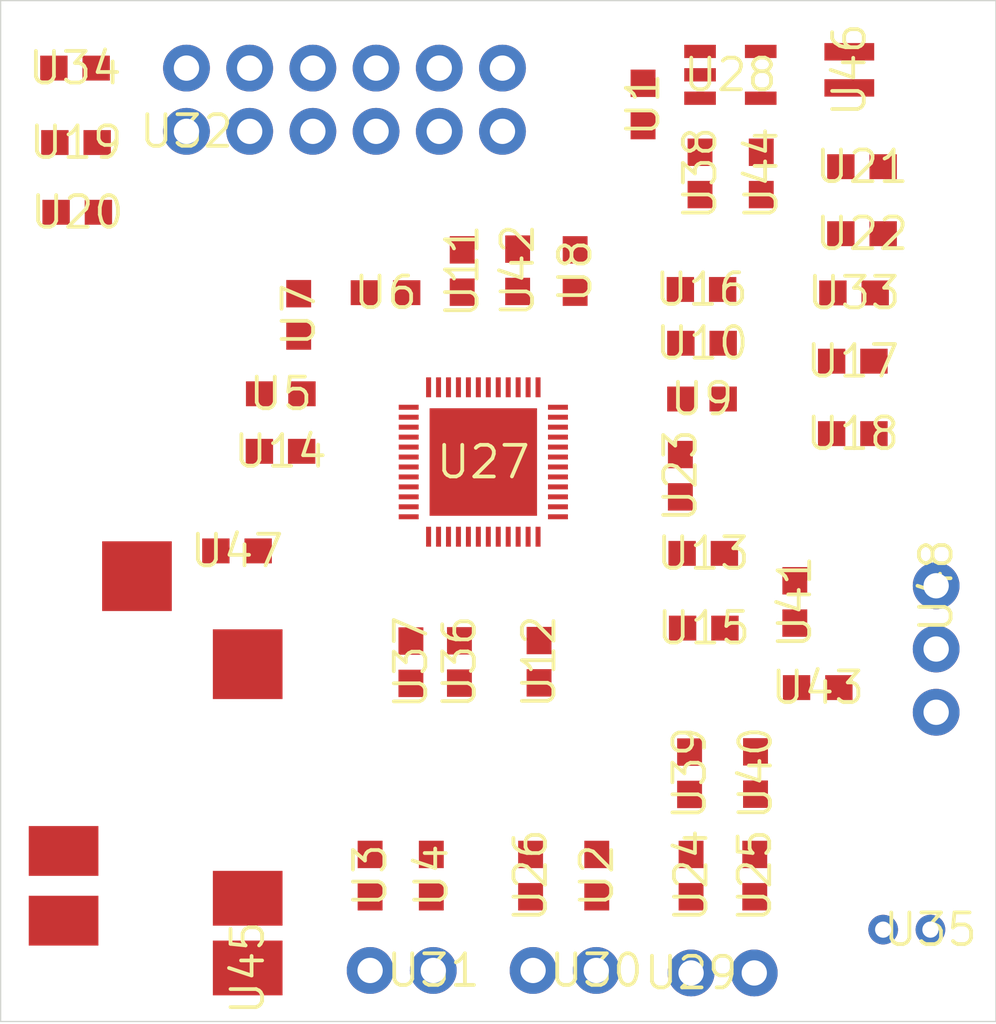
<source format=kicad_pcb>
(kicad_pcb (version 20241229) (generator "pcbnew") (generator_version "9.0")
  (layers (0 "F.Cu" signal "Top") (2 "B.Cu" signal "Bottom") (13 "F.Paste" user) (15 "B.Paste" user) (5 "F.SilkS" user "F.Silkscreen") (7 "B.SilkS" user "B.Silkscreen") (1 "F.Mask" user) (3 "B.Mask" user) (25 "Edge.Cuts" user))
  (net 0 "")
  (net 1 "GND")
  (net 2 "3.3V")
  (net 3 "5V")
  (net 4 "/SPKVDD")
  (net 5 "/SPOLN")
  (net 6 "Net-(C20-Pad2)")
  (net 7 "/SPORP")
  (net 8 "/SPORN")
  (net 9 "Net-(IC1-Pad42)")
  (net 10 "/XAUDIO_IRQ")
  (net 11 "/XAUDIO_SDA")
  (net 12 "/XADUIO_SCL")
  (net 13 "/XAUDIO_I2S0_MCLK")
  (net 14 "/XADUIO_I2S0_BCLK")
  (net 15 "/XADUIO_I2S0_LRCKL")
  (net 16 "/XAUDIO_I2S0_DIN")
  (net 17 "/XAUDIO_I2S0_DOUT")
  (net 18 "Net-(IC1-Pad33)")
  (net 19 "Net-(IC1-Pad32)")
  (net 20 "Net-(IC1-Pad31)")
  (net 21 "Net-(IC1-Pad30)")
  (net 22 "/3.3VDD")
  (net 23 "Net-(C22-Pad2)")
  (net 24 "Net-(C14-Pad1)")
  (net 25 "Net-(C16-Pad2)")
  (net 26 "Net-(C16-Pad1)")
  (net 27 "Net-(C15-Pad1)")
  (net 28 "Net-(C15-Pad2)")
  (net 29 "/1.8VDD")
  (net 30 "Net-(C2-Pad1)")
  (net 31 "/HPOR")
  (net 32 "/HPOL")
  (net 33 "/CPVREF")
  (net 34 "Net-(C17-Pad2)")
  (net 35 "/LOUTR")
  (net 36 "/LOUTL")
  (net 37 "Net-(C24-Pad2)")
  (net 38 "Net-(C19-Pad2)")
  (net 39 "Net-(C18-Pad2)")
  (net 40 "Net-(C6-Pad2)")
  (net 41 "/IN1P")
  (net 42 "Net-(C21-Pad2)")
  (net 43 "/MICBIAS1")
  (net 44 "/SPOLP")
  (net 45 "/IN2P")
  (net 46 "Net-(U1-Pad6)")
  (net 47 "Net-(R10-Pad2)")
  (net 48 "Net-(C8-Pad2)")
  (net 49 "Net-(C7-Pad2)")
  (net 50 "Net-(J4-Pad9)")
  (net 51 "Net-(C7-Pad1)")
  (net 52 "Net-(C8-Pad1)")
  (net 53 "Net-(IC2-Pad5)")
  (net 54 "Net-(IC2-Pad3)")
  (footprint "audioCodec:0603" (layer "F.Cu") (at 154.3211 88.6736 -90)
    (property "Reference" "U1" (at 0 0 270) (layer "F.SilkS") (effects (font (size 1.27 1.27))))
    (property "Value" "" (at 0 0 270) (layer "F.SilkS") (effects (font (size 1.27 1.27))))
    (pad "1" smd rect (at -0.85 0 270) (size 1.1 1) (layers "F.Cu" "F.Mask" "F.Paste") (net 1 "GND"))
    (pad "2" smd rect (at 0.85 0 270) (size 1.1 1) (layers "F.Cu" "F.Mask" "F.Paste") (net 3 "5V"))
  )
  (footprint "audioCodec:0603" (layer "F.Cu") (at 152.4611 119.6436 90)
    (property "Reference" "U2" (at 0 0 90) (layer "F.SilkS") (effects (font (size 1.27 1.27))))
    (property "Value" "" (at 0 0 90) (layer "F.SilkS") (effects (font (size 1.27 1.27))))
    (pad "1" smd rect (at -0.85 0 90) (size 1.1 1) (layers "F.Cu" "F.Mask" "F.Paste") (net 44 "/SPOLP"))
    (pad "2" smd rect (at 0.85 0 90) (size 1.1 1) (layers "F.Cu" "F.Mask" "F.Paste") (net 1 "GND"))
  )
  (footprint "audioCodec:0603" (layer "F.Cu") (at 143.3511 119.6436 90)
    (property "Reference" "U3" (at 0 0 90) (layer "F.SilkS") (effects (font (size 1.27 1.27))))
    (property "Value" "" (at 0 0 90) (layer "F.SilkS") (effects (font (size 1.27 1.27))))
    (pad "1" smd rect (at -0.85 0 90) (size 1.1 1) (layers "F.Cu" "F.Mask" "F.Paste") (net 8 "/SPORN"))
    (pad "2" smd rect (at 0.85 0 90) (size 1.1 1) (layers "F.Cu" "F.Mask" "F.Paste") (net 1 "GND"))
  )
  (footprint "audioCodec:0603" (layer "F.Cu") (at 145.8111 119.6436 90)
    (property "Reference" "U4" (at 0 0 90) (layer "F.SilkS") (effects (font (size 1.27 1.27))))
    (property "Value" "" (at 0 0 90) (layer "F.SilkS") (effects (font (size 1.27 1.27))))
    (pad "1" smd rect (at -0.85 0 90) (size 1.1 1) (layers "F.Cu" "F.Mask" "F.Paste") (net 7 "/SPORP"))
    (pad "2" smd rect (at 0.85 0 90) (size 1.1 1) (layers "F.Cu" "F.Mask" "F.Paste") (net 1 "GND"))
  )
  (footprint "audioCodec:0603" (layer "F.Cu") (at 139.7611 100.2936 180)
    (property "Reference" "U5" (at 0 0 180) (layer "F.SilkS") (effects (font (size 1.27 1.27))))
    (property "Value" "" (at 0 0 180) (layer "F.SilkS") (effects (font (size 1.27 1.27))))
    (pad "1" smd rect (at -0.85 0 180) (size 1.1 1) (layers "F.Cu" "F.Mask" "F.Paste") (net 24 "Net-(C14-Pad1)"))
    (pad "2" smd rect (at 0.85 0 180) (size 1.1 1) (layers "F.Cu" "F.Mask" "F.Paste") (net 1 "GND"))
  )
  (footprint "audioCodec:0603" (layer "F.Cu") (at 143.9711 96.2336)
    (property "Reference" "U6" (at 0 0 0) (layer "F.SilkS") (effects (font (size 1.27 1.27))))
    (property "Value" "" (at 0 0 0) (layer "F.SilkS") (effects (font (size 1.27 1.27))))
    (pad "1" smd rect (at -0.85 0) (size 1.1 1) (layers "F.Cu" "F.Mask" "F.Paste") (net 27 "Net-(C15-Pad1)"))
    (pad "2" smd rect (at 0.85 0) (size 1.1 1) (layers "F.Cu" "F.Mask" "F.Paste") (net 28 "Net-(C15-Pad2)"))
  )
  (footprint "audioCodec:0603" (layer "F.Cu") (at 140.4811 97.1236 -90)
    (property "Reference" "U7" (at 0 0 270) (layer "F.SilkS") (effects (font (size 1.27 1.27))))
    (property "Value" "" (at 0 0 270) (layer "F.SilkS") (effects (font (size 1.27 1.27))))
    (pad "1" smd rect (at -0.85 0 270) (size 1.1 1) (layers "F.Cu" "F.Mask" "F.Paste") (net 26 "Net-(C16-Pad1)"))
    (pad "2" smd rect (at 0.85 0 270) (size 1.1 1) (layers "F.Cu" "F.Mask" "F.Paste") (net 25 "Net-(C16-Pad2)"))
  )
  (footprint "audioCodec:0603" (layer "F.Cu") (at 151.5911 95.3636 -90)
    (property "Reference" "U8" (at 0 0 270) (layer "F.SilkS") (effects (font (size 1.27 1.27))))
    (property "Value" "" (at 0 0 270) (layer "F.SilkS") (effects (font (size 1.27 1.27))))
    (pad "1" smd rect (at -0.85 0 270) (size 1.1 1) (layers "F.Cu" "F.Mask" "F.Paste") (net 1 "GND"))
    (pad "2" smd rect (at 0.85 0 270) (size 1.1 1) (layers "F.Cu" "F.Mask" "F.Paste") (net 34 "Net-(C17-Pad2)"))
  )
  (footprint "audioCodec:0603" (layer "F.Cu") (at 156.6911 100.5036 180)
    (property "Reference" "U9" (at 0 0 180) (layer "F.SilkS") (effects (font (size 1.27 1.27))))
    (property "Value" "" (at 0 0 180) (layer "F.SilkS") (effects (font (size 1.27 1.27))))
    (pad "1" smd rect (at -0.85 0 180) (size 1.1 1) (layers "F.Cu" "F.Mask" "F.Paste") (net 1 "GND"))
    (pad "2" smd rect (at 0.85 0 180) (size 1.1 1) (layers "F.Cu" "F.Mask" "F.Paste") (net 39 "Net-(C18-Pad2)"))
  )
  (footprint "audioCodec:0603" (layer "F.Cu") (at 156.6911 98.2636 180)
    (property "Reference" "U10" (at 0 0 180) (layer "F.SilkS") (effects (font (size 1.27 1.27))))
    (property "Value" "" (at 0 0 180) (layer "F.SilkS") (effects (font (size 1.27 1.27))))
    (pad "1" smd rect (at -0.85 0 180) (size 1.1 1) (layers "F.Cu" "F.Mask" "F.Paste") (net 1 "GND"))
    (pad "2" smd rect (at 0.85 0 180) (size 1.1 1) (layers "F.Cu" "F.Mask" "F.Paste") (net 38 "Net-(C19-Pad2)"))
  )
  (footprint "audioCodec:0603" (layer "F.Cu") (at 147.0511 95.3636 90)
    (property "Reference" "U11" (at 0 0 90) (layer "F.SilkS") (effects (font (size 1.27 1.27))))
    (property "Value" "" (at 0 0 90) (layer "F.SilkS") (effects (font (size 1.27 1.27))))
    (pad "1" smd rect (at -0.85 0 90) (size 1.1 1) (layers "F.Cu" "F.Mask" "F.Paste") (net 30 "Net-(C2-Pad1)"))
    (pad "2" smd rect (at 0.85 0 90) (size 1.1 1) (layers "F.Cu" "F.Mask" "F.Paste") (net 1 "GND"))
  )
  (footprint "audioCodec:0603" (layer "F.Cu") (at 150.1411 111.0536 90)
    (property "Reference" "U12" (at 0 0 90) (layer "F.SilkS") (effects (font (size 1.27 1.27))))
    (property "Value" "" (at 0 0 90) (layer "F.SilkS") (effects (font (size 1.27 1.27))))
    (pad "1" smd rect (at -0.85 0 90) (size 1.1 1) (layers "F.Cu" "F.Mask" "F.Paste") (net 1 "GND"))
    (pad "2" smd rect (at 0.85 0 90) (size 1.1 1) (layers "F.Cu" "F.Mask" "F.Paste") (net 6 "Net-(C20-Pad2)"))
  )
  (footprint "audioCodec:0603" (layer "F.Cu") (at 156.7411 106.7036 180)
    (property "Reference" "U13" (at 0 0 180) (layer "F.SilkS") (effects (font (size 1.27 1.27))))
    (property "Value" "" (at 0 0 180) (layer "F.SilkS") (effects (font (size 1.27 1.27))))
    (pad "1" smd rect (at -0.85 0 180) (size 1.1 1) (layers "F.Cu" "F.Mask" "F.Paste") (net 1 "GND"))
    (pad "2" smd rect (at 0.85 0 180) (size 1.1 1) (layers "F.Cu" "F.Mask" "F.Paste") (net 42 "Net-(C21-Pad2)"))
  )
  (footprint "audioCodec:0603" (layer "F.Cu") (at 139.7511 102.6036)
    (property "Reference" "U14" (at 0 0 0) (layer "F.SilkS") (effects (font (size 1.27 1.27))))
    (property "Value" "" (at 0 0 0) (layer "F.SilkS") (effects (font (size 1.27 1.27))))
    (pad "1" smd rect (at -0.85 0) (size 1.1 1) (layers "F.Cu" "F.Mask" "F.Paste") (net 1 "GND"))
    (pad "2" smd rect (at 0.85 0) (size 1.1 1) (layers "F.Cu" "F.Mask" "F.Paste") (net 23 "Net-(C22-Pad2)"))
  )
  (footprint "audioCodec:0603" (layer "F.Cu") (at 156.7611 109.7036 180)
    (property "Reference" "U15" (at 0 0 180) (layer "F.SilkS") (effects (font (size 1.27 1.27))))
    (property "Value" "" (at 0 0 180) (layer "F.SilkS") (effects (font (size 1.27 1.27))))
    (pad "1" smd rect (at -0.85 0 180) (size 1.1 1) (layers "F.Cu" "F.Mask" "F.Paste") (net 1 "GND"))
    (pad "2" smd rect (at 0.85 0 180) (size 1.1 1) (layers "F.Cu" "F.Mask" "F.Paste") (net 43 "/MICBIAS1"))
  )
  (footprint "audioCodec:0603" (layer "F.Cu") (at 156.6711 96.1036 180)
    (property "Reference" "U16" (at 0 0 180) (layer "F.SilkS") (effects (font (size 1.27 1.27))))
    (property "Value" "" (at 0 0 180) (layer "F.SilkS") (effects (font (size 1.27 1.27))))
    (pad "1" smd rect (at -0.85 0 180) (size 1.1 1) (layers "F.Cu" "F.Mask" "F.Paste") (net 45 "/IN2P"))
    (pad "2" smd rect (at 0.85 0 180) (size 1.1 1) (layers "F.Cu" "F.Mask" "F.Paste") (net 37 "Net-(C24-Pad2)"))
  )
  (footprint "audioCodec:0603" (layer "F.Cu") (at 162.7511 98.9836 180)
    (property "Reference" "U17" (at 0 0 180) (layer "F.SilkS") (effects (font (size 1.27 1.27))))
    (property "Value" "" (at 0 0 180) (layer "F.SilkS") (effects (font (size 1.27 1.27))))
    (pad "1" smd rect (at -0.85 0 180) (size 1.1 1) (layers "F.Cu" "F.Mask" "F.Paste") (net 4 "/SPKVDD"))
    (pad "2" smd rect (at 0.85 0 180) (size 1.1 1) (layers "F.Cu" "F.Mask" "F.Paste") (net 1 "GND"))
  )
  (footprint "audioCodec:0603" (layer "F.Cu") (at 162.7511 101.8936 180)
    (property "Reference" "U18" (at 0 0 180) (layer "F.SilkS") (effects (font (size 1.27 1.27))))
    (property "Value" "" (at 0 0 180) (layer "F.SilkS") (effects (font (size 1.27 1.27))))
    (pad "1" smd rect (at -0.85 0 180) (size 1.1 1) (layers "F.Cu" "F.Mask" "F.Paste") (net 4 "/SPKVDD"))
    (pad "2" smd rect (at 0.85 0 180) (size 1.1 1) (layers "F.Cu" "F.Mask" "F.Paste") (net 1 "GND"))
  )
  (footprint "audioCodec:0603" (layer "F.Cu") (at 131.5311 90.2036)
    (property "Reference" "U19" (at 0 0 0) (layer "F.SilkS") (effects (font (size 1.27 1.27))))
    (property "Value" "" (at 0 0 0) (layer "F.SilkS") (effects (font (size 1.27 1.27))))
    (pad "1" smd rect (at -0.85 0) (size 1.1 1) (layers "F.Cu" "F.Mask" "F.Paste") (net 22 "/3.3VDD"))
    (pad "2" smd rect (at 0.85 0) (size 1.1 1) (layers "F.Cu" "F.Mask" "F.Paste") (net 1 "GND"))
  )
  (footprint "audioCodec:0603" (layer "F.Cu") (at 131.5811 93.0036)
    (property "Reference" "U20" (at 0 0 0) (layer "F.SilkS") (effects (font (size 1.27 1.27))))
    (property "Value" "" (at 0 0 0) (layer "F.SilkS") (effects (font (size 1.27 1.27))))
    (pad "1" smd rect (at -0.85 0) (size 1.1 1) (layers "F.Cu" "F.Mask" "F.Paste") (net 22 "/3.3VDD"))
    (pad "2" smd rect (at 0.85 0) (size 1.1 1) (layers "F.Cu" "F.Mask" "F.Paste") (net 1 "GND"))
  )
  (footprint "audioCodec:0603" (layer "F.Cu") (at 163.1211 91.1736)
    (property "Reference" "U21" (at 0 0 0) (layer "F.SilkS") (effects (font (size 1.27 1.27))))
    (property "Value" "" (at 0 0 0) (layer "F.SilkS") (effects (font (size 1.27 1.27))))
    (pad "1" smd rect (at -0.85 0) (size 1.1 1) (layers "F.Cu" "F.Mask" "F.Paste") (net 29 "/1.8VDD"))
    (pad "2" smd rect (at 0.85 0) (size 1.1 1) (layers "F.Cu" "F.Mask" "F.Paste") (net 1 "GND"))
  )
  (footprint "audioCodec:0603" (layer "F.Cu") (at 163.1211 93.8636)
    (property "Reference" "U22" (at 0 0 0) (layer "F.SilkS") (effects (font (size 1.27 1.27))))
    (property "Value" "" (at 0 0 0) (layer "F.SilkS") (effects (font (size 1.27 1.27))))
    (pad "1" smd rect (at -0.85 0) (size 1.1 1) (layers "F.Cu" "F.Mask" "F.Paste") (net 29 "/1.8VDD"))
    (pad "2" smd rect (at 0.85 0) (size 1.1 1) (layers "F.Cu" "F.Mask" "F.Paste") (net 1 "GND"))
  )
  (footprint "audioCodec:0603" (layer "F.Cu") (at 155.8211 103.5836 90)
    (property "Reference" "U23" (at 0 0 90) (layer "F.SilkS") (effects (font (size 1.27 1.27))))
    (property "Value" "" (at 0 0 90) (layer "F.SilkS") (effects (font (size 1.27 1.27))))
    (pad "1" smd rect (at -0.85 0 90) (size 1.1 1) (layers "F.Cu" "F.Mask" "F.Paste") (net 41 "/IN1P"))
    (pad "2" smd rect (at 0.85 0 90) (size 1.1 1) (layers "F.Cu" "F.Mask" "F.Paste") (net 40 "Net-(C6-Pad2)"))
  )
  (footprint "audioCodec:0603" (layer "F.Cu") (at 156.2511 119.6436 -90)
    (property "Reference" "U24" (at 0 0 270) (layer "F.SilkS") (effects (font (size 1.27 1.27))))
    (property "Value" "" (at 0 0 270) (layer "F.SilkS") (effects (font (size 1.27 1.27))))
    (pad "1" smd rect (at -0.85 0 270) (size 1.1 1) (layers "F.Cu" "F.Mask" "F.Paste") (net 51 "Net-(C7-Pad1)"))
    (pad "2" smd rect (at 0.85 0 270) (size 1.1 1) (layers "F.Cu" "F.Mask" "F.Paste") (net 49 "Net-(C7-Pad2)"))
  )
  (footprint "audioCodec:0603" (layer "F.Cu") (at 158.8111 119.6436 -90)
    (property "Reference" "U25" (at 0 0 270) (layer "F.SilkS") (effects (font (size 1.27 1.27))))
    (property "Value" "" (at 0 0 270) (layer "F.SilkS") (effects (font (size 1.27 1.27))))
    (pad "1" smd rect (at -0.85 0 270) (size 1.1 1) (layers "F.Cu" "F.Mask" "F.Paste") (net 52 "Net-(C8-Pad1)"))
    (pad "2" smd rect (at 0.85 0 270) (size 1.1 1) (layers "F.Cu" "F.Mask" "F.Paste") (net 48 "Net-(C8-Pad2)"))
  )
  (footprint "audioCodec:0603" (layer "F.Cu") (at 149.8011 119.6436 90)
    (property "Reference" "U26" (at 0 0 90) (layer "F.SilkS") (effects (font (size 1.27 1.27))))
    (property "Value" "" (at 0 0 90) (layer "F.SilkS") (effects (font (size 1.27 1.27))))
    (pad "1" smd rect (at -0.85 0 90) (size 1.1 1) (layers "F.Cu" "F.Mask" "F.Paste") (net 5 "/SPOLN"))
    (pad "2" smd rect (at 0.85 0 90) (size 1.1 1) (layers "F.Cu" "F.Mask" "F.Paste") (net 1 "GND"))
  )
  (footprint "audioCodec:QFN50P700X700X100-49N" (layer "F.Cu") (at 147.9011 103.0336 180)
    (property "Reference" "U27" (at 0 0 180) (layer "F.SilkS") (effects (font (size 1.27 1.27))))
    (property "Value" "" (at 0 0 180) (layer "F.SilkS") (effects (font (size 1.27 1.27))))
    (pad "1" smd rect (at -3 -2.2 180) (size 0.8 0.2) (layers "F.Cu" "F.Mask" "F.Paste") (net 44 "/SPOLP"))
    (pad "2" smd rect (at -3 -1.8 180) (size 0.8 0.2) (layers "F.Cu" "F.Mask" "F.Paste") (net 43 "/MICBIAS1"))
    (pad "3" smd rect (at -3 -1.4 180) (size 0.8 0.2) (layers "F.Cu" "F.Mask" "F.Paste") (net 42 "Net-(C21-Pad2)"))
    (pad "4" smd rect (at -3 -1 180) (size 0.8 0.2) (layers "F.Cu" "F.Mask" "F.Paste") (net 41 "/IN1P"))
    (pad "5" smd rect (at -3 -0.6 180) (size 0.8 0.2) (layers "F.Cu" "F.Mask" "F.Paste") (net 1 "GND"))
    (pad "6" smd rect (at -3 -0.2 180) (size 0.8 0.2) (layers "F.Cu" "F.Mask" "F.Paste") (net 40 "Net-(C6-Pad2)"))
    (pad "7" smd rect (at -3 0.2 180) (size 0.8 0.2) (layers "F.Cu" "F.Mask" "F.Paste") (net 29 "/1.8VDD"))
    (pad "8" smd rect (at -3 0.6 180) (size 0.8 0.2) (layers "F.Cu" "F.Mask" "F.Paste") (net 39 "Net-(C18-Pad2)"))
    (pad "9" smd rect (at -3 1 180) (size 0.8 0.2) (layers "F.Cu" "F.Mask" "F.Paste") (net 38 "Net-(C19-Pad2)"))
    (pad "10" smd rect (at -3 1.4 180) (size 0.8 0.2) (layers "F.Cu" "F.Mask" "F.Paste") (net 37 "Net-(C24-Pad2)"))
    (pad "11" smd rect (at -3 1.8 180) (size 0.8 0.2) (layers "F.Cu" "F.Mask" "F.Paste") (net 36 "/LOUTL"))
    (pad "12" smd rect (at -3 2.2 180) (size 0.8 0.2) (layers "F.Cu" "F.Mask" "F.Paste") (net 35 "/LOUTR"))
    (pad "13" smd rect (at -2.2 3 270) (size 0.8 0.2) (layers "F.Cu" "F.Mask" "F.Paste") (net 29 "/1.8VDD"))
    (pad "14" smd rect (at -1.8 3 270) (size 0.8 0.2) (layers "F.Cu" "F.Mask" "F.Paste") (net 34 "Net-(C17-Pad2)"))
    (pad "15" smd rect (at -1.4 3 270) (size 0.8 0.2) (layers "F.Cu" "F.Mask" "F.Paste") (net 1 "GND"))
    (pad "16" smd rect (at -1 3 270) (size 0.8 0.2) (layers "F.Cu" "F.Mask" "F.Paste") (net 1 "GND"))
    (pad "17" smd rect (at -0.6 3 270) (size 0.8 0.2) (layers "F.Cu" "F.Mask" "F.Paste") (net 33 "/CPVREF"))
    (pad "18" smd rect (at -0.2 3 270) (size 0.8 0.2) (layers "F.Cu" "F.Mask" "F.Paste") (net 32 "/HPOL"))
    (pad "19" smd rect (at 0.2 3 270) (size 0.8 0.2) (layers "F.Cu" "F.Mask" "F.Paste") (net 31 "/HPOR"))
    (pad "20" smd rect (at 0.6 3 270) (size 0.8 0.2) (layers "F.Cu" "F.Mask" "F.Paste") (net 30 "Net-(C2-Pad1)"))
    (pad "21" smd rect (at 1 3 270) (size 0.8 0.2) (layers "F.Cu" "F.Mask" "F.Paste") (net 29 "/1.8VDD"))
    (pad "22" smd rect (at 1.4 3 270) (size 0.8 0.2) (layers "F.Cu" "F.Mask" "F.Paste") (net 1 "GND"))
    (pad "23" smd rect (at 1.8 3 270) (size 0.8 0.2) (layers "F.Cu" "F.Mask" "F.Paste") (net 28 "Net-(C15-Pad2)"))
    (pad "24" smd rect (at 2.2 3 270) (size 0.8 0.2) (layers "F.Cu" "F.Mask" "F.Paste") (net 27 "Net-(C15-Pad1)"))
    (pad "25" smd rect (at 3 2.2 180) (size 0.8 0.2) (layers "F.Cu" "F.Mask" "F.Paste") (net 26 "Net-(C16-Pad1)"))
    (pad "26" smd rect (at 3 1.8 180) (size 0.8 0.2) (layers "F.Cu" "F.Mask" "F.Paste") (net 25 "Net-(C16-Pad2)"))
    (pad "27" smd rect (at 3 1.4 180) (size 0.8 0.2) (layers "F.Cu" "F.Mask" "F.Paste") (net 24 "Net-(C14-Pad1)"))
    (pad "28" smd rect (at 3 1 180) (size 0.8 0.2) (layers "F.Cu" "F.Mask" "F.Paste") (net 23 "Net-(C22-Pad2)"))
    (pad "29" smd rect (at 3 0.6 180) (size 0.8 0.2) (layers "F.Cu" "F.Mask" "F.Paste") (net 22 "/3.3VDD"))
    (pad "30" smd rect (at 3 0.2 180) (size 0.8 0.2) (layers "F.Cu" "F.Mask" "F.Paste") (net 21 "Net-(IC1-Pad30)"))
    (pad "31" smd rect (at 3 -0.2 180) (size 0.8 0.2) (layers "F.Cu" "F.Mask" "F.Paste") (net 20 "Net-(IC1-Pad31)"))
    (pad "32" smd rect (at 3 -0.6 180) (size 0.8 0.2) (layers "F.Cu" "F.Mask" "F.Paste") (net 19 "Net-(IC1-Pad32)"))
    (pad "33" smd rect (at 3 -1 180) (size 0.8 0.2) (layers "F.Cu" "F.Mask" "F.Paste") (net 18 "Net-(IC1-Pad33)"))
    (pad "34" smd rect (at 3 -1.4 180) (size 0.8 0.2) (layers "F.Cu" "F.Mask" "F.Paste") (net 17 "/XAUDIO_I2S0_DOUT"))
    (pad "35" smd rect (at 3 -1.8 180) (size 0.8 0.2) (layers "F.Cu" "F.Mask" "F.Paste") (net 16 "/XAUDIO_I2S0_DIN"))
    (pad "36" smd rect (at 3 -2.2 180) (size 0.8 0.2) (layers "F.Cu" "F.Mask" "F.Paste") (net 15 "/XADUIO_I2S0_LRCKL"))
    (pad "37" smd rect (at 2.2 -3 270) (size 0.8 0.2) (layers "F.Cu" "F.Mask" "F.Paste") (net 14 "/XADUIO_I2S0_BCLK"))
    (pad "38" smd rect (at 1.8 -3 270) (size 0.8 0.2) (layers "F.Cu" "F.Mask" "F.Paste") (net 13 "/XAUDIO_I2S0_MCLK"))
    (pad "39" smd rect (at 1.4 -3 270) (size 0.8 0.2) (layers "F.Cu" "F.Mask" "F.Paste") (net 12 "/XADUIO_SCL"))
    (pad "40" smd rect (at 1 -3 270) (size 0.8 0.2) (layers "F.Cu" "F.Mask" "F.Paste") (net 11 "/XAUDIO_SDA"))
    (pad "41" smd rect (at 0.6 -3 270) (size 0.8 0.2) (layers "F.Cu" "F.Mask" "F.Paste") (net 10 "/XAUDIO_IRQ"))
    (pad "42" smd rect (at 0.2 -3 270) (size 0.8 0.2) (layers "F.Cu" "F.Mask" "F.Paste") (net 9 "Net-(IC1-Pad42)"))
    (pad "43" smd rect (at -0.2 -3 270) (size 0.8 0.2) (layers "F.Cu" "F.Mask" "F.Paste") (net 8 "/SPORN"))
    (pad "44" smd rect (at -0.6 -3 270) (size 0.8 0.2) (layers "F.Cu" "F.Mask" "F.Paste") (net 4 "/SPKVDD"))
    (pad "45" smd rect (at -1 -3 270) (size 0.8 0.2) (layers "F.Cu" "F.Mask" "F.Paste") (net 7 "/SPORP"))
    (pad "46" smd rect (at -1.4 -3 270) (size 0.8 0.2) (layers "F.Cu" "F.Mask" "F.Paste") (net 6 "Net-(C20-Pad2)"))
    (pad "47" smd rect (at -1.8 -3 270) (size 0.8 0.2) (layers "F.Cu" "F.Mask" "F.Paste") (net 5 "/SPOLN"))
    (pad "48" smd rect (at -2.2 -3 270) (size 0.8 0.2) (layers "F.Cu" "F.Mask" "F.Paste") (net 4 "/SPKVDD"))
    (pad "49" smd rect (at 0 0 270) (size 4.318 4.318) (layers "F.Cu" "F.Mask" "F.Paste") (net 1 "GND"))
  )
  (footprint "audioCodec:SOT95P284X122-5N" (layer "F.Cu") (at 157.8311 87.4836)
    (property "Reference" "U28" (at 0 0 0) (layer "F.SilkS") (effects (font (size 1.27 1.27))))
    (property "Value" "" (at 0 0 0) (layer "F.SilkS") (effects (font (size 1.27 1.27))))
    (pad "1" smd rect (at -1.2192 -0.9398) (size 1.27 0.5334) (layers "F.Cu" "F.Mask" "F.Paste") (net 3 "5V"))
    (pad "2" smd rect (at -1.2192 0) (size 1.27 0.5334) (layers "F.Cu" "F.Mask" "F.Paste") (net 1 "GND"))
    (pad "3" smd rect (at -1.2192 0.9398) (size 1.27 0.5334) (layers "F.Cu" "F.Mask" "F.Paste") (net 54 "Net-(IC2-Pad3)"))
    (pad "4" smd rect (at 1.2192 0.9398) (size 1.27 0.5334) (layers "F.Cu" "F.Mask" "F.Paste") (net 29 "/1.8VDD"))
    (pad "5" smd rect (at 1.2192 -0.9398) (size 1.27 0.5334) (layers "F.Cu" "F.Mask" "F.Paste") (net 53 "Net-(IC2-Pad5)"))
  )
  (footprint "audioCodec:1X02" (layer "F.Cu") (at 156.2511 123.5536)
    (property "Reference" "U29" (at 0 0 0) (layer "F.SilkS") (effects (font (size 1.27 1.27))))
    (property "Value" "" (at 0 0 0) (layer "F.SilkS") (effects (font (size 1.27 1.27))))
    (pad "1" thru_hole circle (at 0 0 90) (size 1.8796 1.8796) (drill 1.016) (layers "*.Cu" "*.Mask") (net 49 "Net-(C7-Pad2)"))
    (pad "2" thru_hole circle (at 2.54 0 90) (size 1.8796 1.8796) (drill 1.016) (layers "*.Cu" "*.Mask") (net 48 "Net-(C8-Pad2)"))
  )
  (footprint "audioCodec:1X02" (layer "F.Cu") (at 152.4411 123.4536 180)
    (property "Reference" "U30" (at 0 0 180) (layer "F.SilkS") (effects (font (size 1.27 1.27))))
    (property "Value" "" (at 0 0 180) (layer "F.SilkS") (effects (font (size 1.27 1.27))))
    (pad "1" thru_hole circle (at 0 0 270) (size 1.8796 1.8796) (drill 1.016) (layers "*.Cu" "*.Mask") (net 44 "/SPOLP"))
    (pad "2" thru_hole circle (at 2.54 0 270) (size 1.8796 1.8796) (drill 1.016) (layers "*.Cu" "*.Mask") (net 5 "/SPOLN"))
  )
  (footprint "audioCodec:1X02" (layer "F.Cu") (at 145.8911 123.4536 180)
    (property "Reference" "U31" (at 0 0 180) (layer "F.SilkS") (effects (font (size 1.27 1.27))))
    (property "Value" "" (at 0 0 180) (layer "F.SilkS") (effects (font (size 1.27 1.27))))
    (pad "1" thru_hole circle (at 0 0 270) (size 1.8796 1.8796) (drill 1.016) (layers "*.Cu" "*.Mask") (net 7 "/SPORP"))
    (pad "2" thru_hole circle (at 2.54 0 270) (size 1.8796 1.8796) (drill 1.016) (layers "*.Cu" "*.Mask") (net 8 "/SPORN"))
  )
  (footprint "audioCodec:2X6" (layer "F.Cu") (at 135.9711 89.7536)
    (property "Reference" "U32" (at 0 0 0) (layer "F.SilkS") (effects (font (size 1.27 1.27))))
    (property "Value" "" (at 0 0 0) (layer "F.SilkS") (effects (font (size 1.27 1.27))))
    (pad "1" thru_hole circle (at 0 0) (size 1.8796 1.8796) (drill 1.016) (layers "*.Cu" "*.Mask") (net 15 "/XADUIO_I2S0_LRCKL"))
    (pad "2" thru_hole circle (at 0 -2.54) (size 1.8796 1.8796) (drill 1.016) (layers "*.Cu" "*.Mask") (net 2 "3.3V"))
    (pad "3" thru_hole circle (at 2.54 0) (size 1.8796 1.8796) (drill 1.016) (layers "*.Cu" "*.Mask") (net 17 "/XAUDIO_I2S0_DOUT"))
    (pad "4" thru_hole circle (at 2.54 -2.54) (size 1.8796 1.8796) (drill 1.016) (layers "*.Cu" "*.Mask") (net 16 "/XAUDIO_I2S0_DIN"))
    (pad "5" thru_hole circle (at 5.08 0) (size 1.8796 1.8796) (drill 1.016) (layers "*.Cu" "*.Mask") (net 14 "/XADUIO_I2S0_BCLK"))
    (pad "6" thru_hole circle (at 5.08 -2.54) (size 1.8796 1.8796) (drill 1.016) (layers "*.Cu" "*.Mask") (net 13 "/XAUDIO_I2S0_MCLK"))
    (pad "7" thru_hole circle (at 7.62 0) (size 1.8796 1.8796) (drill 1.016) (layers "*.Cu" "*.Mask") (net 12 "/XADUIO_SCL"))
    (pad "8" thru_hole circle (at 7.62 -2.54) (size 1.8796 1.8796) (drill 1.016) (layers "*.Cu" "*.Mask") (net 11 "/XAUDIO_SDA"))
    (pad "9" thru_hole circle (at 10.16 0) (size 1.8796 1.8796) (drill 1.016) (layers "*.Cu" "*.Mask") (net 50 "Net-(J4-Pad9)"))
    (pad "10" thru_hole circle (at 10.16 -2.54) (size 1.8796 1.8796) (drill 1.016) (layers "*.Cu" "*.Mask") (net 10 "/XAUDIO_IRQ"))
    (pad "11" thru_hole circle (at 12.7 0) (size 1.8796 1.8796) (drill 1.016) (layers "*.Cu" "*.Mask") (net 1 "GND"))
    (pad "12" thru_hole circle (at 12.7 -2.54) (size 1.8796 1.8796) (drill 1.016) (layers "*.Cu" "*.Mask") (net 3 "5V"))
  )
  (footprint "audioCodec:0603" (layer "F.Cu") (at 162.8011 96.2436 180)
    (property "Reference" "U33" (at 0 0 180) (layer "F.SilkS") (effects (font (size 1.27 1.27))))
    (property "Value" "" (at 0 0 180) (layer "F.SilkS") (effects (font (size 1.27 1.27))))
    (pad "1" smd rect (at -0.85 0 180) (size 1.1 1) (layers "F.Cu" "F.Mask" "F.Paste") (net 4 "/SPKVDD"))
    (pad "2" smd rect (at 0.85 0 180) (size 1.1 1) (layers "F.Cu" "F.Mask" "F.Paste") (net 3 "5V"))
  )
  (footprint "audioCodec:0603" (layer "F.Cu") (at 131.4911 87.2136)
    (property "Reference" "U34" (at 0 0 0) (layer "F.SilkS") (effects (font (size 1.27 1.27))))
    (property "Value" "" (at 0 0 0) (layer "F.SilkS") (effects (font (size 1.27 1.27))))
    (pad "1" smd rect (at -0.85 0) (size 1.1 1) (layers "F.Cu" "F.Mask" "F.Paste") (net 22 "/3.3VDD"))
    (pad "2" smd rect (at 0.85 0) (size 1.1 1) (layers "F.Cu" "F.Mask" "F.Paste") (net 2 "3.3V"))
  )
  (footprint "audioCodec:CMC-2242PBL-A" (layer "F.Cu") (at 165.8711 121.8136 180)
    (property "Reference" "U35" (at 0 0 180) (layer "F.SilkS") (effects (font (size 1.27 1.27))))
    (property "Value" "" (at 0 0 180) (layer "F.SilkS") (effects (font (size 1.27 1.27))))
    (pad "1" thru_hole circle (at 0 0 180) (size 1.192 1.192) (drill 0.65) (layers "*.Cu" "*.Mask") (net 1 "GND"))
    (pad "2" thru_hole circle (at 1.9 0 180) (size 1.192 1.192) (drill 0.65) (layers "*.Cu" "*.Mask") (net 45 "/IN2P"))
  )
  (footprint "audioCodec:0603" (layer "F.Cu") (at 146.9411 111.0636 90)
    (property "Reference" "U36" (at 0 0 90) (layer "F.SilkS") (effects (font (size 1.27 1.27))))
    (property "Value" "" (at 0 0 90) (layer "F.SilkS") (effects (font (size 1.27 1.27))))
    (pad "1" smd rect (at -0.85 0 90) (size 1.1 1) (layers "F.Cu" "F.Mask" "F.Paste") (net 22 "/3.3VDD"))
    (pad "2" smd rect (at 0.85 0 90) (size 1.1 1) (layers "F.Cu" "F.Mask" "F.Paste") (net 11 "/XAUDIO_SDA"))
  )
  (footprint "audioCodec:0603" (layer "F.Cu") (at 144.9911 111.0736 90)
    (property "Reference" "U37" (at 0 0 90) (layer "F.SilkS") (effects (font (size 1.27 1.27))))
    (property "Value" "" (at 0 0 90) (layer "F.SilkS") (effects (font (size 1.27 1.27))))
    (pad "1" smd rect (at -0.85 0 90) (size 1.1 1) (layers "F.Cu" "F.Mask" "F.Paste") (net 22 "/3.3VDD"))
    (pad "2" smd rect (at 0.85 0 90) (size 1.1 1) (layers "F.Cu" "F.Mask" "F.Paste") (net 12 "/XADUIO_SCL"))
  )
  (footprint "audioCodec:0603" (layer "F.Cu") (at 156.6111 91.4436 90)
    (property "Reference" "U38" (at 0 0 90) (layer "F.SilkS") (effects (font (size 1.27 1.27))))
    (property "Value" "" (at 0 0 90) (layer "F.SilkS") (effects (font (size 1.27 1.27))))
    (pad "1" smd rect (at -0.85 0 90) (size 1.1 1) (layers "F.Cu" "F.Mask" "F.Paste") (net 3 "5V"))
    (pad "2" smd rect (at 0.85 0 90) (size 1.1 1) (layers "F.Cu" "F.Mask" "F.Paste") (net 54 "Net-(IC2-Pad3)"))
  )
  (footprint "audioCodec:0603" (layer "F.Cu") (at 156.1911 115.5336 -90)
    (property "Reference" "U39" (at 0 0 270) (layer "F.SilkS") (effects (font (size 1.27 1.27))))
    (property "Value" "" (at 0 0 270) (layer "F.SilkS") (effects (font (size 1.27 1.27))))
    (pad "1" smd rect (at -0.85 0 270) (size 1.1 1) (layers "F.Cu" "F.Mask" "F.Paste") (net 36 "/LOUTL"))
    (pad "2" smd rect (at 0.85 0 270) (size 1.1 1) (layers "F.Cu" "F.Mask" "F.Paste") (net 51 "Net-(C7-Pad1)"))
  )
  (footprint "audioCodec:0603" (layer "F.Cu") (at 158.8411 115.5236 -90)
    (property "Reference" "U40" (at 0 0 270) (layer "F.SilkS") (effects (font (size 1.27 1.27))))
    (property "Value" "" (at 0 0 270) (layer "F.SilkS") (effects (font (size 1.27 1.27))))
    (pad "1" smd rect (at -0.85 0 270) (size 1.1 1) (layers "F.Cu" "F.Mask" "F.Paste") (net 35 "/LOUTR"))
    (pad "2" smd rect (at 0.85 0 270) (size 1.1 1) (layers "F.Cu" "F.Mask" "F.Paste") (net 52 "Net-(C8-Pad1)"))
  )
  (footprint "audioCodec:0603" (layer "F.Cu") (at 160.4211 108.6536 90)
    (property "Reference" "U41" (at 0 0 90) (layer "F.SilkS") (effects (font (size 1.27 1.27))))
    (property "Value" "" (at 0 0 90) (layer "F.SilkS") (effects (font (size 1.27 1.27))))
    (pad "1" smd rect (at -0.85 0 90) (size 1.1 1) (layers "F.Cu" "F.Mask" "F.Paste") (net 43 "/MICBIAS1"))
    (pad "2" smd rect (at 0.85 0 90) (size 1.1 1) (layers "F.Cu" "F.Mask" "F.Paste") (net 41 "/IN1P"))
  )
  (footprint "audioCodec:0603" (layer "F.Cu") (at 149.2811 95.3336 90)
    (property "Reference" "U42" (at 0 0 90) (layer "F.SilkS") (effects (font (size 1.27 1.27))))
    (property "Value" "" (at 0 0 90) (layer "F.SilkS") (effects (font (size 1.27 1.27))))
    (pad "1" smd rect (at -0.85 0 90) (size 1.1 1) (layers "F.Cu" "F.Mask" "F.Paste") (net 33 "/CPVREF"))
    (pad "2" smd rect (at 0.85 0 90) (size 1.1 1) (layers "F.Cu" "F.Mask" "F.Paste") (net 1 "GND"))
  )
  (footprint "audioCodec:0603" (layer "F.Cu") (at 161.3411 112.0936)
    (property "Reference" "U43" (at 0 0 0) (layer "F.SilkS") (effects (font (size 1.27 1.27))))
    (property "Value" "" (at 0 0 0) (layer "F.SilkS") (effects (font (size 1.27 1.27))))
    (pad "1" smd rect (at -0.85 0) (size 1.1 1) (layers "F.Cu" "F.Mask" "F.Paste") (net 43 "/MICBIAS1"))
    (pad "2" smd rect (at 0.85 0) (size 1.1 1) (layers "F.Cu" "F.Mask" "F.Paste") (net 45 "/IN2P"))
  )
  (footprint "audioCodec:0603" (layer "F.Cu") (at 159.0711 91.4436 90)
    (property "Reference" "U44" (at 0 0 90) (layer "F.SilkS") (effects (font (size 1.27 1.27))))
    (property "Value" "" (at 0 0 90) (layer "F.SilkS") (effects (font (size 1.27 1.27))))
    (pad "1" smd rect (at -0.85 0 90) (size 1.1 1) (layers "F.Cu" "F.Mask" "F.Paste") (net 1 "GND"))
    (pad "2" smd rect (at 0.85 0 90) (size 1.1 1) (layers "F.Cu" "F.Mask" "F.Paste") (net 54 "Net-(IC2-Pad3)"))
  )
  (footprint "audioCodec:SJ-43514-SMT-TR" (layer "F.Cu") (at 138.4311 123.3536 90)
    (property "Reference" "U45" (at 0 0 90) (layer "F.SilkS") (effects (font (size 1.27 1.27))))
    (property "Value" "" (at 0 0 90) (layer "F.SilkS") (effects (font (size 1.27 1.27))))
    (pad "" np_thru_hole circle (at 3.9 -3.7 90) (size 1.7 1.7) (drill 1.7) (layers "*.Cu" "*.Mask"))
    (pad "" np_thru_hole circle (at 10.9 -3.7 90) (size 1.7 1.7) (drill 1.7) (layers "*.Cu" "*.Mask"))
    (pad "1" smd rect (at 0 0 180) (size 2.8 2.2) (layers "F.Cu" "F.Mask" "F.Paste") (net 41 "/IN1P"))
    (pad "2" smd rect (at 12.2 0 90) (size 2.8 2.8) (layers "F.Cu" "F.Mask" "F.Paste") (net 32 "/HPOL"))
    (pad "3" smd rect (at 4.7 -7.4 180) (size 2.8 2) (layers "F.Cu" "F.Mask" "F.Paste") (net 31 "/HPOR"))
    (pad "4" smd rect (at 2.8 0 180) (size 2.8 2.2) (layers "F.Cu" "F.Mask" "F.Paste") (net 1 "GND"))
    (pad "5" smd rect (at 15.735 -4.45 90) (size 2.8 2.8) (layers "F.Cu" "F.Mask" "F.Paste") (net 47 "Net-(R10-Pad2)"))
    (pad "6" smd rect (at 1.9 -7.4 180) (size 2.8 2) (layers "F.Cu" "F.Mask" "F.Paste") (net 46 "Net-(U1-Pad6)"))
  )
  (footprint "audioCodec:NRH2412T2R2MNGH" (layer "F.Cu") (at 162.6111 87.2836 -90)
    (property "Reference" "U46" (at 0 0 270) (layer "F.SilkS") (effects (font (size 1.27 1.27))))
    (property "Value" "" (at 0 0 270) (layer "F.SilkS") (effects (font (size 1.27 1.27))))
    (pad "1" smd rect (at -0.725 0) (size 2 0.7) (layers "F.Cu" "F.Mask" "F.Paste") (net 53 "Net-(IC2-Pad5)"))
    (pad "2" smd rect (at 0.725 0) (size 2 0.7) (layers "F.Cu" "F.Mask" "F.Paste") (net 29 "/1.8VDD"))
  )
  (footprint "audioCodec:0603" (layer "F.Cu") (at 138.0011 106.6036 180)
    (property "Reference" "U47" (at 0 0 180) (layer "F.SilkS") (effects (font (size 1.27 1.27))))
    (property "Value" "" (at 0 0 180) (layer "F.SilkS") (effects (font (size 1.27 1.27))))
    (pad "1" smd rect (at -0.85 0 180) (size 1.1 1) (layers "F.Cu" "F.Mask" "F.Paste") (net 32 "/HPOL"))
    (pad "2" smd rect (at 0.85 0 180) (size 1.1 1) (layers "F.Cu" "F.Mask" "F.Paste") (net 47 "Net-(R10-Pad2)"))
  )
  (footprint "audioCodec:1X03" (layer "F.Cu") (at 166.1011 108.0036 -90)
    (property "Reference" "U48" (at 0 0 270) (layer "F.SilkS") (effects (font (size 1.27 1.27))))
    (property "Value" "" (at 0 0 270) (layer "F.SilkS") (effects (font (size 1.27 1.27))))
    (pad "1" thru_hole circle (at 0 0) (size 1.8796 1.8796) (drill 1.016) (layers "*.Cu" "*.Mask") (net 22 "/3.3VDD"))
    (pad "2" thru_hole circle (at 2.54 0) (size 1.8796 1.8796) (drill 1.016) (layers "*.Cu" "*.Mask") (net 1 "GND"))
    (pad "3" thru_hole circle (at 5.08 0) (size 1.8796 1.8796) (drill 1.016) (layers "*.Cu" "*.Mask") (net 45 "/IN2P"))
  )
  (gr_line (start 168.5011 84.5036) (end 128.5011 84.5036) (stroke (width 0.05)) (layer "Edge.Cuts"))
  (gr_line (start 168.5011 125.5036) (end 168.5011 84.5036) (stroke (width 0.05)) (layer "Edge.Cuts"))
  (gr_line (start 128.5011 125.5036) (end 168.5011 125.5036) (stroke (width 0.05)) (layer "Edge.Cuts"))
  (gr_line (start 128.5011 84.5036) (end 128.5011 125.5036) (stroke (width 0.05)) (layer "Edge.Cuts"))
)
</source>
